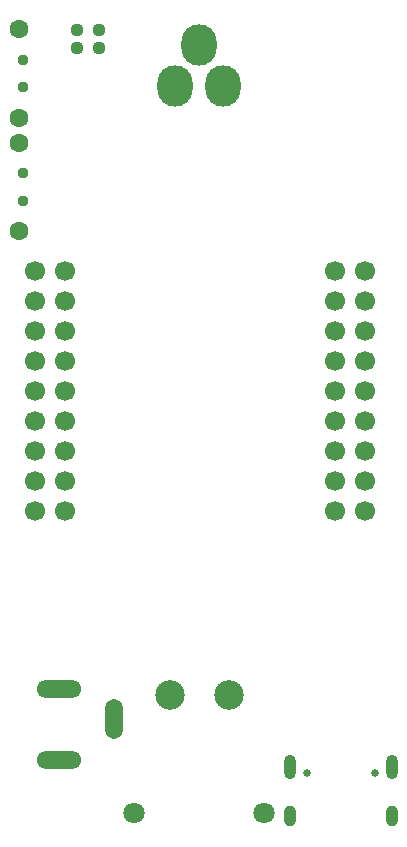
<source format=gbs>
%TF.GenerationSoftware,KiCad,Pcbnew,9.0.6*%
%TF.CreationDate,2025-12-14T22:48:59+01:00*%
%TF.ProjectId,ledBrain,6c656442-7261-4696-9e2e-6b696361645f,rev?*%
%TF.SameCoordinates,Original*%
%TF.FileFunction,Soldermask,Bot*%
%TF.FilePolarity,Negative*%
%FSLAX46Y46*%
G04 Gerber Fmt 4.6, Leading zero omitted, Abs format (unit mm)*
G04 Created by KiCad (PCBNEW 9.0.6) date 2025-12-14 22:48:59*
%MOMM*%
%LPD*%
G01*
G04 APERTURE LIST*
G04 Aperture macros list*
%AMRoundRect*
0 Rectangle with rounded corners*
0 $1 Rounding radius*
0 $2 $3 $4 $5 $6 $7 $8 $9 X,Y pos of 4 corners*
0 Add a 4 corners polygon primitive as box body*
4,1,4,$2,$3,$4,$5,$6,$7,$8,$9,$2,$3,0*
0 Add four circle primitives for the rounded corners*
1,1,$1+$1,$2,$3*
1,1,$1+$1,$4,$5*
1,1,$1+$1,$6,$7*
1,1,$1+$1,$8,$9*
0 Add four rect primitives between the rounded corners*
20,1,$1+$1,$2,$3,$4,$5,0*
20,1,$1+$1,$4,$5,$6,$7,0*
20,1,$1+$1,$6,$7,$8,$9,0*
20,1,$1+$1,$8,$9,$2,$3,0*%
G04 Aperture macros list end*
%ADD10C,1.700000*%
%ADD11C,0.950000*%
%ADD12C,1.600000*%
%ADD13C,0.650000*%
%ADD14O,1.000000X2.100000*%
%ADD15O,1.000000X1.800000*%
%ADD16C,2.500000*%
%ADD17C,1.800000*%
%ADD18O,3.000000X3.500000*%
%ADD19O,3.800000X1.500000*%
%ADD20O,1.500000X3.400000*%
%ADD21RoundRect,0.237500X-0.250000X-0.237500X0.250000X-0.237500X0.250000X0.237500X-0.250000X0.237500X0*%
G04 APERTURE END LIST*
D10*
%TO.C,U1*%
X150100000Y-56130000D03*
X150100000Y-58670000D03*
X150100000Y-61210000D03*
X150100000Y-63750000D03*
X150100000Y-66290000D03*
X150100000Y-68830000D03*
X150100000Y-71370000D03*
X150100000Y-73910000D03*
X150100000Y-76450000D03*
X152640000Y-56130000D03*
X152640000Y-58670000D03*
X152640000Y-61210000D03*
X152640000Y-63750000D03*
X152640000Y-66290000D03*
X152640000Y-68830000D03*
X152640000Y-71370000D03*
X152640000Y-73910000D03*
X152640000Y-76450000D03*
X175500000Y-56130000D03*
X175500000Y-58670000D03*
X175500000Y-61210000D03*
X175500000Y-63750000D03*
X175500000Y-66290000D03*
X175500000Y-68830000D03*
X175500000Y-71370000D03*
X175500000Y-73910000D03*
X175500000Y-76450000D03*
X178040000Y-56130000D03*
X178040000Y-58670000D03*
X178040000Y-61210000D03*
X178040000Y-63750000D03*
X178040000Y-66290000D03*
X178040000Y-68830000D03*
X178040000Y-71370000D03*
X178040000Y-73910000D03*
X178040000Y-76450000D03*
%TD*%
D11*
%TO.C,SW2*%
X149070000Y-50140000D03*
X149070000Y-47840000D03*
D12*
X148770000Y-52740000D03*
X148770000Y-45240000D03*
%TD*%
D11*
%TO.C,SW3*%
X149070000Y-40540000D03*
X149070000Y-38240000D03*
D12*
X148770000Y-43140000D03*
X148770000Y-35640000D03*
%TD*%
D13*
%TO.C,USB1*%
X173110000Y-98615000D03*
X178890000Y-98615000D03*
D14*
X171680000Y-98115000D03*
X180320000Y-98115000D03*
D15*
X171680000Y-102265000D03*
X180320000Y-102265000D03*
%TD*%
D16*
%TO.C,CN1*%
X161500000Y-91987500D03*
X166500000Y-91987500D03*
D17*
X169500000Y-101987500D03*
X158500000Y-101987500D03*
%TD*%
D18*
%TO.C,U2*%
X166000000Y-40460000D03*
X164000000Y-37000000D03*
X162000000Y-40460000D03*
%TD*%
D19*
%TO.C,DC1*%
X152170000Y-91500000D03*
X152170000Y-97500000D03*
D20*
X156830000Y-94000000D03*
%TD*%
D21*
%TO.C,R15*%
X153667500Y-35720000D03*
X155492500Y-35720000D03*
%TD*%
%TO.C,R14*%
X153667500Y-37260000D03*
X155492500Y-37260000D03*
%TD*%
M02*

</source>
